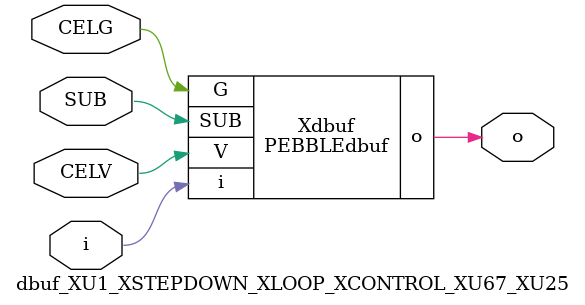
<source format=v>



module PEBBLEdbuf ( o, G, SUB, V, i );

  input V;
  input i;
  input G;
  output o;
  input SUB;
endmodule

//Celera Confidential Do Not Copy dbuf_XU1_XSTEPDOWN_XLOOP_XCONTROL_XU67_XU25
//Celera Confidential Symbol Generator
//Digital Buffer
module dbuf_XU1_XSTEPDOWN_XLOOP_XCONTROL_XU67_XU25 (CELV,CELG,i,o,SUB);
input CELV;
input CELG;
input i;
input SUB;
output o;

//Celera Confidential Do Not Copy dbuf
PEBBLEdbuf Xdbuf(
.V (CELV),
.i (i),
.o (o),
.SUB (SUB),
.G (CELG)
);
//,diesize,PEBBLEdbuf

//Celera Confidential Do Not Copy Module End
//Celera Schematic Generator
endmodule

</source>
